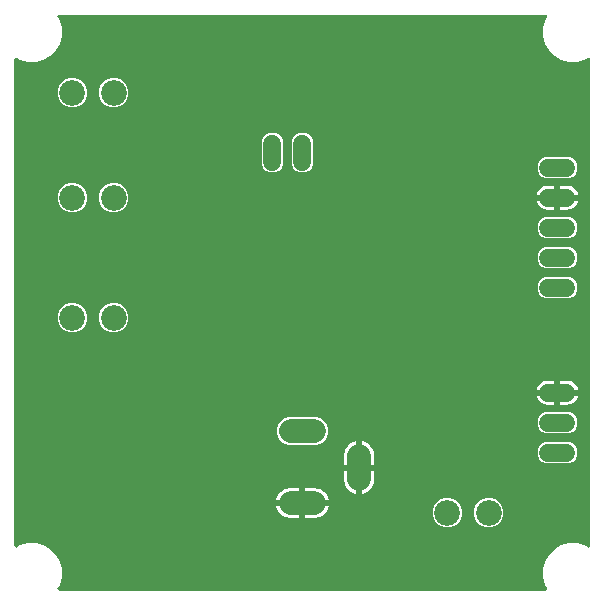
<source format=gbr>
G04 EAGLE Gerber RS-274X export*
G75*
%MOMM*%
%FSLAX34Y34*%
%LPD*%
%INBottom Copper*%
%IPPOS*%
%AMOC8*
5,1,8,0,0,1.08239X$1,22.5*%
G01*
%ADD10C,2.000000*%
%ADD11C,1.524000*%
%ADD12C,2.184400*%
%ADD13C,0.756400*%

G36*
X459951Y10169D02*
X459951Y10169D01*
X460027Y10168D01*
X460124Y10189D01*
X460222Y10201D01*
X460294Y10226D01*
X460368Y10242D01*
X460457Y10285D01*
X460550Y10318D01*
X460614Y10359D01*
X460682Y10392D01*
X460760Y10453D01*
X460843Y10507D01*
X460896Y10562D01*
X460955Y10609D01*
X461017Y10687D01*
X461085Y10758D01*
X461124Y10823D01*
X461171Y10882D01*
X461213Y10972D01*
X461264Y11057D01*
X461287Y11129D01*
X461320Y11198D01*
X461340Y11294D01*
X461370Y11389D01*
X461376Y11464D01*
X461392Y11538D01*
X461390Y11638D01*
X461398Y11736D01*
X461387Y11811D01*
X461386Y11887D01*
X461361Y11983D01*
X461347Y12081D01*
X461319Y12151D01*
X461300Y12225D01*
X461235Y12361D01*
X461218Y12405D01*
X461207Y12420D01*
X461195Y12446D01*
X459554Y15288D01*
X457839Y21688D01*
X457839Y28312D01*
X459554Y34712D01*
X462866Y40449D01*
X467551Y45134D01*
X473288Y48446D01*
X479688Y50161D01*
X486312Y50161D01*
X492712Y48446D01*
X495554Y46805D01*
X495624Y46775D01*
X495689Y46736D01*
X495783Y46706D01*
X495874Y46666D01*
X495949Y46653D01*
X496021Y46630D01*
X496120Y46622D01*
X496217Y46604D01*
X496293Y46608D01*
X496368Y46602D01*
X496466Y46616D01*
X496565Y46621D01*
X496638Y46642D01*
X496713Y46653D01*
X496805Y46690D01*
X496900Y46717D01*
X496966Y46754D01*
X497037Y46782D01*
X497118Y46839D01*
X497205Y46887D01*
X497261Y46938D01*
X497323Y46981D01*
X497389Y47054D01*
X497463Y47121D01*
X497506Y47184D01*
X497556Y47240D01*
X497604Y47327D01*
X497661Y47408D01*
X497688Y47478D01*
X497725Y47545D01*
X497752Y47640D01*
X497788Y47732D01*
X497799Y47807D01*
X497820Y47880D01*
X497832Y48031D01*
X497839Y48077D01*
X497837Y48096D01*
X497839Y48124D01*
X497839Y459876D01*
X497831Y459951D01*
X497832Y460027D01*
X497811Y460124D01*
X497799Y460222D01*
X497774Y460294D01*
X497758Y460368D01*
X497715Y460457D01*
X497682Y460550D01*
X497641Y460614D01*
X497608Y460682D01*
X497547Y460760D01*
X497493Y460843D01*
X497438Y460896D01*
X497391Y460955D01*
X497313Y461017D01*
X497242Y461085D01*
X497177Y461124D01*
X497118Y461171D01*
X497028Y461213D01*
X496943Y461264D01*
X496871Y461287D01*
X496802Y461320D01*
X496706Y461340D01*
X496611Y461370D01*
X496536Y461376D01*
X496462Y461392D01*
X496362Y461390D01*
X496264Y461398D01*
X496189Y461387D01*
X496113Y461386D01*
X496017Y461361D01*
X495919Y461347D01*
X495849Y461319D01*
X495775Y461300D01*
X495639Y461235D01*
X495595Y461218D01*
X495580Y461207D01*
X495554Y461195D01*
X492712Y459554D01*
X486312Y457839D01*
X479688Y457839D01*
X473288Y459554D01*
X467551Y462866D01*
X462866Y467551D01*
X459554Y473288D01*
X457839Y479688D01*
X457839Y486312D01*
X459554Y492712D01*
X461195Y495554D01*
X461225Y495624D01*
X461264Y495689D01*
X461294Y495783D01*
X461334Y495874D01*
X461347Y495949D01*
X461370Y496021D01*
X461378Y496120D01*
X461396Y496217D01*
X461392Y496293D01*
X461398Y496368D01*
X461384Y496466D01*
X461379Y496565D01*
X461358Y496638D01*
X461347Y496713D01*
X461310Y496805D01*
X461283Y496900D01*
X461246Y496966D01*
X461218Y497037D01*
X461161Y497118D01*
X461113Y497205D01*
X461062Y497261D01*
X461019Y497323D01*
X460946Y497389D01*
X460879Y497463D01*
X460816Y497506D01*
X460760Y497556D01*
X460673Y497604D01*
X460592Y497661D01*
X460522Y497688D01*
X460455Y497725D01*
X460360Y497752D01*
X460268Y497788D01*
X460193Y497799D01*
X460120Y497820D01*
X459969Y497832D01*
X459923Y497839D01*
X459904Y497837D01*
X459876Y497839D01*
X48124Y497839D01*
X48049Y497831D01*
X47973Y497832D01*
X47876Y497811D01*
X47778Y497799D01*
X47706Y497774D01*
X47632Y497758D01*
X47543Y497715D01*
X47450Y497682D01*
X47386Y497641D01*
X47318Y497608D01*
X47240Y497547D01*
X47157Y497493D01*
X47104Y497438D01*
X47045Y497391D01*
X46983Y497313D01*
X46915Y497242D01*
X46876Y497177D01*
X46829Y497118D01*
X46787Y497028D01*
X46736Y496943D01*
X46713Y496871D01*
X46680Y496802D01*
X46660Y496706D01*
X46630Y496611D01*
X46624Y496536D01*
X46608Y496462D01*
X46610Y496362D01*
X46602Y496264D01*
X46613Y496189D01*
X46614Y496113D01*
X46639Y496017D01*
X46653Y495919D01*
X46681Y495849D01*
X46700Y495775D01*
X46765Y495639D01*
X46782Y495595D01*
X46793Y495580D01*
X46805Y495554D01*
X48446Y492712D01*
X50161Y486312D01*
X50161Y479688D01*
X48446Y473288D01*
X45134Y467551D01*
X40449Y462866D01*
X34712Y459554D01*
X28312Y457839D01*
X21688Y457839D01*
X15288Y459554D01*
X12446Y461195D01*
X12376Y461225D01*
X12311Y461264D01*
X12217Y461294D01*
X12126Y461334D01*
X12051Y461347D01*
X11979Y461370D01*
X11880Y461378D01*
X11783Y461396D01*
X11707Y461392D01*
X11632Y461398D01*
X11534Y461384D01*
X11435Y461379D01*
X11362Y461358D01*
X11287Y461347D01*
X11195Y461310D01*
X11100Y461283D01*
X11034Y461246D01*
X10963Y461218D01*
X10882Y461161D01*
X10795Y461113D01*
X10739Y461062D01*
X10677Y461019D01*
X10611Y460946D01*
X10537Y460879D01*
X10494Y460816D01*
X10444Y460760D01*
X10396Y460673D01*
X10339Y460592D01*
X10312Y460522D01*
X10275Y460455D01*
X10248Y460360D01*
X10212Y460268D01*
X10201Y460193D01*
X10180Y460120D01*
X10168Y459969D01*
X10161Y459923D01*
X10163Y459904D01*
X10161Y459876D01*
X10161Y48124D01*
X10169Y48049D01*
X10168Y47973D01*
X10189Y47876D01*
X10201Y47778D01*
X10226Y47706D01*
X10242Y47632D01*
X10285Y47543D01*
X10318Y47450D01*
X10359Y47386D01*
X10392Y47318D01*
X10453Y47240D01*
X10507Y47157D01*
X10562Y47104D01*
X10609Y47045D01*
X10687Y46983D01*
X10758Y46915D01*
X10823Y46876D01*
X10882Y46829D01*
X10972Y46787D01*
X11057Y46736D01*
X11129Y46713D01*
X11198Y46680D01*
X11294Y46660D01*
X11389Y46630D01*
X11464Y46624D01*
X11538Y46608D01*
X11638Y46610D01*
X11736Y46602D01*
X11811Y46613D01*
X11887Y46614D01*
X11983Y46639D01*
X12081Y46653D01*
X12151Y46681D01*
X12225Y46700D01*
X12361Y46765D01*
X12405Y46782D01*
X12420Y46793D01*
X12446Y46805D01*
X15288Y48446D01*
X21688Y50161D01*
X28312Y50161D01*
X34712Y48446D01*
X40449Y45134D01*
X45134Y40449D01*
X48446Y34712D01*
X50161Y28312D01*
X50161Y21688D01*
X48446Y15288D01*
X46805Y12446D01*
X46775Y12376D01*
X46736Y12311D01*
X46706Y12217D01*
X46666Y12126D01*
X46653Y12051D01*
X46630Y11979D01*
X46622Y11880D01*
X46604Y11783D01*
X46608Y11707D01*
X46602Y11632D01*
X46616Y11534D01*
X46621Y11435D01*
X46642Y11362D01*
X46653Y11287D01*
X46690Y11195D01*
X46717Y11100D01*
X46754Y11034D01*
X46782Y10963D01*
X46839Y10882D01*
X46887Y10795D01*
X46938Y10739D01*
X46981Y10677D01*
X47054Y10611D01*
X47121Y10537D01*
X47184Y10494D01*
X47240Y10444D01*
X47327Y10396D01*
X47408Y10339D01*
X47478Y10312D01*
X47545Y10275D01*
X47640Y10248D01*
X47732Y10212D01*
X47807Y10201D01*
X47880Y10180D01*
X48031Y10168D01*
X48077Y10161D01*
X48096Y10163D01*
X48124Y10161D01*
X459876Y10161D01*
X459951Y10169D01*
G37*
%LPC*%
G36*
X241708Y133775D02*
X241708Y133775D01*
X237472Y135530D01*
X234230Y138772D01*
X232475Y143008D01*
X232475Y147592D01*
X234230Y151828D01*
X237472Y155070D01*
X241708Y156825D01*
X266292Y156825D01*
X270528Y155070D01*
X273770Y151828D01*
X275525Y147592D01*
X275525Y143008D01*
X273770Y138772D01*
X270528Y135530D01*
X266292Y133775D01*
X241708Y133775D01*
G37*
%LPD*%
%LPC*%
G36*
X252181Y364235D02*
X252181Y364235D01*
X248820Y365628D01*
X246248Y368200D01*
X244855Y371561D01*
X244855Y390439D01*
X246248Y393800D01*
X248820Y396372D01*
X252181Y397765D01*
X255819Y397765D01*
X259180Y396372D01*
X261752Y393800D01*
X263145Y390439D01*
X263145Y371561D01*
X261752Y368200D01*
X259180Y365628D01*
X255819Y364235D01*
X252181Y364235D01*
G37*
%LPD*%
%LPC*%
G36*
X226781Y364235D02*
X226781Y364235D01*
X223420Y365628D01*
X220848Y368200D01*
X219455Y371561D01*
X219455Y390439D01*
X220848Y393800D01*
X223420Y396372D01*
X226781Y397765D01*
X230419Y397765D01*
X233780Y396372D01*
X236352Y393800D01*
X237745Y390439D01*
X237745Y371561D01*
X236352Y368200D01*
X233780Y365628D01*
X230419Y364235D01*
X226781Y364235D01*
G37*
%LPD*%
%LPC*%
G36*
X460461Y359155D02*
X460461Y359155D01*
X457100Y360548D01*
X454528Y363120D01*
X453135Y366481D01*
X453135Y370119D01*
X454528Y373480D01*
X457100Y376052D01*
X460461Y377445D01*
X479339Y377445D01*
X482700Y376052D01*
X485272Y373480D01*
X486665Y370119D01*
X486665Y366481D01*
X485272Y363120D01*
X482700Y360548D01*
X479339Y359155D01*
X460461Y359155D01*
G37*
%LPD*%
%LPC*%
G36*
X460461Y143255D02*
X460461Y143255D01*
X457100Y144648D01*
X454528Y147220D01*
X453135Y150581D01*
X453135Y154219D01*
X454528Y157580D01*
X457100Y160152D01*
X460461Y161545D01*
X479339Y161545D01*
X482700Y160152D01*
X485272Y157580D01*
X486665Y154219D01*
X486665Y150581D01*
X485272Y147220D01*
X482700Y144648D01*
X479339Y143255D01*
X460461Y143255D01*
G37*
%LPD*%
%LPC*%
G36*
X460461Y308355D02*
X460461Y308355D01*
X457100Y309748D01*
X454528Y312320D01*
X453135Y315681D01*
X453135Y319319D01*
X454528Y322680D01*
X457100Y325252D01*
X460461Y326645D01*
X479339Y326645D01*
X482700Y325252D01*
X485272Y322680D01*
X486665Y319319D01*
X486665Y315681D01*
X485272Y312320D01*
X482700Y309748D01*
X479339Y308355D01*
X460461Y308355D01*
G37*
%LPD*%
%LPC*%
G36*
X460461Y282955D02*
X460461Y282955D01*
X457100Y284348D01*
X454528Y286920D01*
X453135Y290281D01*
X453135Y293919D01*
X454528Y297280D01*
X457100Y299852D01*
X460461Y301245D01*
X479339Y301245D01*
X482700Y299852D01*
X485272Y297280D01*
X486665Y293919D01*
X486665Y290281D01*
X485272Y286920D01*
X482700Y284348D01*
X479339Y282955D01*
X460461Y282955D01*
G37*
%LPD*%
%LPC*%
G36*
X460461Y257555D02*
X460461Y257555D01*
X457100Y258948D01*
X454528Y261520D01*
X453135Y264881D01*
X453135Y268519D01*
X454528Y271880D01*
X457100Y274452D01*
X460461Y275845D01*
X479339Y275845D01*
X482700Y274452D01*
X485272Y271880D01*
X486665Y268519D01*
X486665Y264881D01*
X485272Y261520D01*
X482700Y258948D01*
X479339Y257555D01*
X460461Y257555D01*
G37*
%LPD*%
%LPC*%
G36*
X460461Y117855D02*
X460461Y117855D01*
X457100Y119248D01*
X454528Y121820D01*
X453135Y125181D01*
X453135Y128819D01*
X454528Y132180D01*
X457100Y134752D01*
X460461Y136145D01*
X479339Y136145D01*
X482700Y134752D01*
X485272Y132180D01*
X486665Y128819D01*
X486665Y125181D01*
X485272Y121820D01*
X482700Y119248D01*
X479339Y117855D01*
X460461Y117855D01*
G37*
%LPD*%
%LPC*%
G36*
X91724Y419353D02*
X91724Y419353D01*
X87149Y421248D01*
X83648Y424749D01*
X81753Y429324D01*
X81753Y434276D01*
X83648Y438851D01*
X87149Y442352D01*
X91724Y444247D01*
X96676Y444247D01*
X101251Y442352D01*
X104752Y438851D01*
X106647Y434276D01*
X106647Y429324D01*
X104752Y424749D01*
X101251Y421248D01*
X96676Y419353D01*
X91724Y419353D01*
G37*
%LPD*%
%LPC*%
G36*
X56724Y419353D02*
X56724Y419353D01*
X52149Y421248D01*
X48648Y424749D01*
X46753Y429324D01*
X46753Y434276D01*
X48648Y438851D01*
X52149Y442352D01*
X56724Y444247D01*
X61676Y444247D01*
X66251Y442352D01*
X69752Y438851D01*
X71647Y434276D01*
X71647Y429324D01*
X69752Y424749D01*
X66251Y421248D01*
X61676Y419353D01*
X56724Y419353D01*
G37*
%LPD*%
%LPC*%
G36*
X91724Y330453D02*
X91724Y330453D01*
X87149Y332348D01*
X83648Y335849D01*
X81753Y340424D01*
X81753Y345376D01*
X83648Y349951D01*
X87149Y353452D01*
X91724Y355347D01*
X96676Y355347D01*
X101251Y353452D01*
X104752Y349951D01*
X106647Y345376D01*
X106647Y340424D01*
X104752Y335849D01*
X101251Y332348D01*
X96676Y330453D01*
X91724Y330453D01*
G37*
%LPD*%
%LPC*%
G36*
X56724Y330453D02*
X56724Y330453D01*
X52149Y332348D01*
X48648Y335849D01*
X46753Y340424D01*
X46753Y345376D01*
X48648Y349951D01*
X52149Y353452D01*
X56724Y355347D01*
X61676Y355347D01*
X66251Y353452D01*
X69752Y349951D01*
X71647Y345376D01*
X71647Y340424D01*
X69752Y335849D01*
X66251Y332348D01*
X61676Y330453D01*
X56724Y330453D01*
G37*
%LPD*%
%LPC*%
G36*
X91724Y228853D02*
X91724Y228853D01*
X87149Y230748D01*
X83648Y234249D01*
X81753Y238824D01*
X81753Y243776D01*
X83648Y248351D01*
X87149Y251852D01*
X91724Y253747D01*
X96676Y253747D01*
X101251Y251852D01*
X104752Y248351D01*
X106647Y243776D01*
X106647Y238824D01*
X104752Y234249D01*
X101251Y230748D01*
X96676Y228853D01*
X91724Y228853D01*
G37*
%LPD*%
%LPC*%
G36*
X56724Y228853D02*
X56724Y228853D01*
X52149Y230748D01*
X48648Y234249D01*
X46753Y238824D01*
X46753Y243776D01*
X48648Y248351D01*
X52149Y251852D01*
X56724Y253747D01*
X61676Y253747D01*
X66251Y251852D01*
X69752Y248351D01*
X71647Y243776D01*
X71647Y238824D01*
X69752Y234249D01*
X66251Y230748D01*
X61676Y228853D01*
X56724Y228853D01*
G37*
%LPD*%
%LPC*%
G36*
X409224Y63753D02*
X409224Y63753D01*
X404649Y65648D01*
X401148Y69149D01*
X399253Y73724D01*
X399253Y78676D01*
X401148Y83251D01*
X404649Y86752D01*
X409224Y88647D01*
X414176Y88647D01*
X418751Y86752D01*
X422252Y83251D01*
X424147Y78676D01*
X424147Y73724D01*
X422252Y69149D01*
X418751Y65648D01*
X414176Y63753D01*
X409224Y63753D01*
G37*
%LPD*%
%LPC*%
G36*
X374224Y63753D02*
X374224Y63753D01*
X369649Y65648D01*
X366148Y69149D01*
X364253Y73724D01*
X364253Y78676D01*
X366148Y83251D01*
X369649Y86752D01*
X374224Y88647D01*
X379176Y88647D01*
X383751Y86752D01*
X387252Y83251D01*
X389147Y78676D01*
X389147Y73724D01*
X387252Y69149D01*
X383751Y65648D01*
X379176Y63753D01*
X374224Y63753D01*
G37*
%LPD*%
%LPC*%
G36*
X304499Y116799D02*
X304499Y116799D01*
X304499Y136601D01*
X304937Y136532D01*
X306814Y135922D01*
X308573Y135026D01*
X310170Y133865D01*
X311565Y132470D01*
X312726Y130873D01*
X313622Y129114D01*
X314232Y127237D01*
X314541Y125287D01*
X314541Y116799D01*
X304499Y116799D01*
G37*
%LPD*%
%LPC*%
G36*
X256499Y86799D02*
X256499Y86799D01*
X256499Y96841D01*
X264987Y96841D01*
X266937Y96532D01*
X268814Y95922D01*
X270573Y95026D01*
X272170Y93865D01*
X273565Y92470D01*
X274726Y90873D01*
X275622Y89114D01*
X276232Y87237D01*
X276301Y86799D01*
X256499Y86799D01*
G37*
%LPD*%
%LPC*%
G36*
X231699Y86799D02*
X231699Y86799D01*
X231768Y87237D01*
X232378Y89114D01*
X233274Y90873D01*
X234435Y92470D01*
X235830Y93865D01*
X237427Y95026D01*
X239186Y95922D01*
X241063Y96532D01*
X243013Y96841D01*
X251501Y96841D01*
X251501Y86799D01*
X231699Y86799D01*
G37*
%LPD*%
%LPC*%
G36*
X304499Y111801D02*
X304499Y111801D01*
X314541Y111801D01*
X314541Y103313D01*
X314232Y101363D01*
X313622Y99486D01*
X312726Y97727D01*
X311565Y96130D01*
X310170Y94735D01*
X308573Y93574D01*
X306814Y92678D01*
X304937Y92068D01*
X304499Y91999D01*
X304499Y111801D01*
G37*
%LPD*%
%LPC*%
G36*
X289459Y116799D02*
X289459Y116799D01*
X289459Y125287D01*
X289768Y127237D01*
X290378Y129114D01*
X291274Y130873D01*
X292435Y132470D01*
X293830Y133865D01*
X295427Y135026D01*
X297186Y135922D01*
X299063Y136532D01*
X299501Y136601D01*
X299501Y116799D01*
X289459Y116799D01*
G37*
%LPD*%
%LPC*%
G36*
X256499Y71759D02*
X256499Y71759D01*
X256499Y81801D01*
X276301Y81801D01*
X276232Y81363D01*
X275622Y79486D01*
X274726Y77727D01*
X273565Y76130D01*
X272170Y74735D01*
X270573Y73574D01*
X268814Y72678D01*
X266937Y72068D01*
X264987Y71759D01*
X256499Y71759D01*
G37*
%LPD*%
%LPC*%
G36*
X299063Y92068D02*
X299063Y92068D01*
X297186Y92678D01*
X295427Y93574D01*
X293830Y94735D01*
X292435Y96130D01*
X291274Y97727D01*
X290378Y99486D01*
X289768Y101363D01*
X289459Y103313D01*
X289459Y111801D01*
X299501Y111801D01*
X299501Y91999D01*
X299063Y92068D01*
G37*
%LPD*%
%LPC*%
G36*
X243013Y71759D02*
X243013Y71759D01*
X241063Y72068D01*
X239186Y72678D01*
X237427Y73574D01*
X235830Y74735D01*
X234435Y76130D01*
X233274Y77727D01*
X232378Y79486D01*
X231768Y81363D01*
X231699Y81801D01*
X251501Y81801D01*
X251501Y71759D01*
X243013Y71759D01*
G37*
%LPD*%
%LPC*%
G36*
X472439Y345439D02*
X472439Y345439D01*
X472439Y353061D01*
X478320Y353061D01*
X479899Y352811D01*
X481420Y352316D01*
X482845Y351590D01*
X484139Y350650D01*
X485270Y349519D01*
X486210Y348225D01*
X486936Y346800D01*
X487379Y345439D01*
X472439Y345439D01*
G37*
%LPD*%
%LPC*%
G36*
X472439Y180339D02*
X472439Y180339D01*
X472439Y187961D01*
X478320Y187961D01*
X479899Y187711D01*
X481420Y187216D01*
X482845Y186490D01*
X484139Y185550D01*
X485270Y184419D01*
X486210Y183125D01*
X486936Y181700D01*
X487379Y180339D01*
X472439Y180339D01*
G37*
%LPD*%
%LPC*%
G36*
X452421Y345439D02*
X452421Y345439D01*
X452864Y346800D01*
X453590Y348225D01*
X454530Y349519D01*
X455661Y350650D01*
X456955Y351590D01*
X458380Y352316D01*
X459901Y352811D01*
X461480Y353061D01*
X467361Y353061D01*
X467361Y345439D01*
X452421Y345439D01*
G37*
%LPD*%
%LPC*%
G36*
X452421Y180339D02*
X452421Y180339D01*
X452864Y181700D01*
X453590Y183125D01*
X454530Y184419D01*
X455661Y185550D01*
X456955Y186490D01*
X458380Y187216D01*
X459901Y187711D01*
X461480Y187961D01*
X467361Y187961D01*
X467361Y180339D01*
X452421Y180339D01*
G37*
%LPD*%
%LPC*%
G36*
X472439Y167639D02*
X472439Y167639D01*
X472439Y175261D01*
X487379Y175261D01*
X486936Y173900D01*
X486210Y172475D01*
X485270Y171181D01*
X484139Y170050D01*
X482845Y169110D01*
X481420Y168384D01*
X479899Y167889D01*
X478320Y167639D01*
X472439Y167639D01*
G37*
%LPD*%
%LPC*%
G36*
X472439Y332739D02*
X472439Y332739D01*
X472439Y340361D01*
X487379Y340361D01*
X486936Y339000D01*
X486210Y337575D01*
X485270Y336281D01*
X484139Y335150D01*
X482845Y334210D01*
X481420Y333484D01*
X479899Y332989D01*
X478320Y332739D01*
X472439Y332739D01*
G37*
%LPD*%
%LPC*%
G36*
X461480Y167639D02*
X461480Y167639D01*
X459901Y167889D01*
X458380Y168384D01*
X456955Y169110D01*
X455661Y170050D01*
X454530Y171181D01*
X453590Y172475D01*
X452864Y173900D01*
X452421Y175261D01*
X467361Y175261D01*
X467361Y167639D01*
X461480Y167639D01*
G37*
%LPD*%
%LPC*%
G36*
X461480Y332739D02*
X461480Y332739D01*
X459901Y332989D01*
X458380Y333484D01*
X456955Y334210D01*
X455661Y335150D01*
X454530Y336281D01*
X453590Y337575D01*
X452864Y339000D01*
X452421Y340361D01*
X467361Y340361D01*
X467361Y332739D01*
X461480Y332739D01*
G37*
%LPD*%
D10*
X264000Y145300D02*
X244000Y145300D01*
X244000Y84300D02*
X264000Y84300D01*
X302000Y104300D02*
X302000Y124300D01*
D11*
X228600Y373380D02*
X228600Y388620D01*
X254000Y388620D02*
X254000Y373380D01*
X462280Y127000D02*
X477520Y127000D01*
X477520Y152400D02*
X462280Y152400D01*
X462280Y177800D02*
X477520Y177800D01*
D12*
X411700Y76200D03*
X376700Y76200D03*
X94200Y431800D03*
X59200Y431800D03*
X94200Y342900D03*
X59200Y342900D03*
X94200Y241300D03*
X59200Y241300D03*
D11*
X462280Y368300D02*
X477520Y368300D01*
X477520Y342900D02*
X462280Y342900D01*
X462280Y317500D02*
X477520Y317500D01*
X477520Y292100D02*
X462280Y292100D01*
X462280Y266700D02*
X477520Y266700D01*
D13*
X157480Y276860D03*
X285750Y250190D03*
X306070Y257810D03*
X344170Y236220D03*
X173990Y276860D03*
X139700Y237490D03*
X162560Y138430D03*
X139700Y430530D03*
X139700Y341630D03*
X222250Y250190D03*
M02*

</source>
